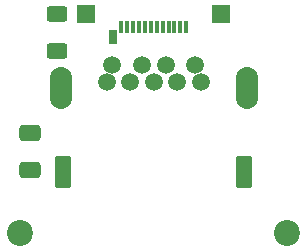
<source format=gbr>
%TF.GenerationSoftware,KiCad,Pcbnew,9.0.7*%
%TF.CreationDate,2026-02-26T13:16:19-05:00*%
%TF.ProjectId,Mouse Dongle Card,4d6f7573-6520-4446-9f6e-676c65204361,X1*%
%TF.SameCoordinates,Original*%
%TF.FileFunction,Soldermask,Top*%
%TF.FilePolarity,Negative*%
%FSLAX46Y46*%
G04 Gerber Fmt 4.6, Leading zero omitted, Abs format (unit mm)*
G04 Created by KiCad (PCBNEW 9.0.7) date 2026-02-26 13:16:19*
%MOMM*%
%LPD*%
G01*
G04 APERTURE LIST*
G04 Aperture macros list*
%AMRoundRect*
0 Rectangle with rounded corners*
0 $1 Rounding radius*
0 $2 $3 $4 $5 $6 $7 $8 $9 X,Y pos of 4 corners*
0 Add a 4 corners polygon primitive as box body*
4,1,4,$2,$3,$4,$5,$6,$7,$8,$9,$2,$3,0*
0 Add four circle primitives for the rounded corners*
1,1,$1+$1,$2,$3*
1,1,$1+$1,$4,$5*
1,1,$1+$1,$6,$7*
1,1,$1+$1,$8,$9*
0 Add four rect primitives between the rounded corners*
20,1,$1+$1,$2,$3,$4,$5,0*
20,1,$1+$1,$4,$5,$6,$7,0*
20,1,$1+$1,$6,$7,$8,$9,0*
20,1,$1+$1,$8,$9,$2,$3,0*%
G04 Aperture macros list end*
%ADD10C,2.200000*%
%ADD11R,1.500000X1.500000*%
%ADD12RoundRect,0.250000X-0.650000X0.412500X-0.650000X-0.412500X0.650000X-0.412500X0.650000X0.412500X0*%
%ADD13C,1.504000*%
%ADD14O,1.880400X3.556800*%
%ADD15RoundRect,0.102000X-0.550000X-1.250000X0.550000X-1.250000X0.550000X1.250000X-0.550000X1.250000X0*%
%ADD16RoundRect,0.250000X0.625000X-0.400000X0.625000X0.400000X-0.625000X0.400000X-0.625000X-0.400000X0*%
%ADD17R,0.380000X1.000000*%
%ADD18R,0.700000X1.150000*%
G04 APERTURE END LIST*
D10*
%TO.C,H1*%
X97000000Y-140460000D03*
%TD*%
%TO.C,H2*%
X119600000Y-140460000D03*
%TD*%
D11*
%TO.C,GP1*%
X102600000Y-121960000D03*
%TD*%
%TO.C,GP3*%
X114000000Y-121960000D03*
%TD*%
D12*
%TO.C,C1*%
X97850000Y-132017500D03*
X97850000Y-135142500D03*
%TD*%
D13*
%TO.C,J1*%
X111800000Y-126210000D03*
X109300000Y-126210000D03*
X107300000Y-126210000D03*
X104800000Y-126210000D03*
X104300000Y-127710000D03*
X106300000Y-127710000D03*
X108300000Y-127710000D03*
X110300000Y-127710000D03*
X112300000Y-127710000D03*
D14*
X100450000Y-128190000D03*
X116150000Y-128190000D03*
D15*
X100650000Y-135290000D03*
X115950000Y-135290000D03*
%TD*%
D16*
%TO.C,R2*%
X100100000Y-125050000D03*
X100100000Y-121950000D03*
%TD*%
D17*
%TO.C,P1*%
X105550000Y-123000000D03*
X106050000Y-123000000D03*
X106550000Y-123000000D03*
X107050000Y-123000000D03*
X107550000Y-123000000D03*
X108050000Y-123000000D03*
X108550000Y-123000000D03*
X109050000Y-123000000D03*
X109550000Y-123000000D03*
X110050000Y-123000000D03*
X110550000Y-123000000D03*
X111050000Y-123000000D03*
D18*
X104880000Y-123840000D03*
%TD*%
M02*

</source>
